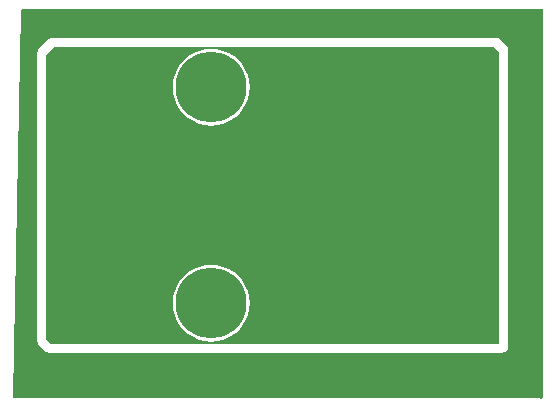
<source format=gbl>
%FSLAX23Y23*%
%MOIN*%
G70*
G01*
G75*
G04 Layer_Physical_Order=2*
G04 Layer_Color=16711680*
%ADD10R,0.024X0.020*%
%ADD11R,0.118X0.059*%
%ADD12R,0.118X0.039*%
%ADD13R,0.051X0.079*%
%ADD14C,0.010*%
%ADD15C,0.236*%
%ADD16C,0.039*%
G36*
X-60Y1135D02*
X1675D01*
Y-160D01*
X1670Y-165D01*
X1665Y-160D01*
X-86D01*
X-90Y-156D01*
X-65Y1134D01*
X-60Y1135D01*
X-60Y1135D01*
D02*
G37*
%LPC*%
G36*
X1520Y1040D02*
X40D01*
X34Y1039D01*
X29Y1036D01*
X-6Y1001D01*
X-9Y996D01*
X-10Y990D01*
Y30D01*
X-10Y30D01*
X-10D01*
X-9Y24D01*
X-6Y19D01*
X19Y-6D01*
X24Y-9D01*
X25Y-9D01*
X30Y-10D01*
X1540D01*
X1546Y-9D01*
X1551Y-6D01*
X1551Y-6D01*
X1551Y-6D01*
X1556Y-1D01*
X1559Y4D01*
X1560Y10D01*
X1560Y10D01*
X1560Y10D01*
Y10D01*
Y1000D01*
X1559Y1005D01*
X1559Y1006D01*
X1556Y1011D01*
X1531Y1036D01*
X1526Y1039D01*
X1520Y1040D01*
D02*
G37*
%LPD*%
G36*
X1530Y994D02*
Y20D01*
X36D01*
X20Y36D01*
Y984D01*
X46Y1010D01*
X1514D01*
X1530Y994D01*
D02*
G37*
%LPC*%
G36*
X570Y1004D02*
X550Y1002D01*
X530Y997D01*
X512Y989D01*
X494Y979D01*
X479Y966D01*
X466Y951D01*
X456Y933D01*
X448Y915D01*
X443Y895D01*
X441Y875D01*
X443Y855D01*
X448Y835D01*
X456Y817D01*
X466Y799D01*
X479Y784D01*
X494Y771D01*
X512Y761D01*
X530Y753D01*
X550Y748D01*
X570Y746D01*
X590Y748D01*
X610Y753D01*
X628Y761D01*
X646Y771D01*
X661Y784D01*
X674Y799D01*
X684Y817D01*
X692Y835D01*
X697Y855D01*
X699Y875D01*
X697Y895D01*
X692Y915D01*
X684Y933D01*
X674Y951D01*
X661Y966D01*
X646Y979D01*
X628Y989D01*
X610Y997D01*
X590Y1002D01*
X570Y1004D01*
D02*
G37*
G36*
Y284D02*
X550Y282D01*
X530Y277D01*
X512Y269D01*
X494Y259D01*
X479Y246D01*
X466Y231D01*
X456Y213D01*
X448Y195D01*
X443Y175D01*
X441Y155D01*
X443Y135D01*
X448Y115D01*
X456Y97D01*
X466Y79D01*
X479Y64D01*
X494Y51D01*
X512Y41D01*
X530Y33D01*
X550Y28D01*
X570Y26D01*
X590Y28D01*
X610Y33D01*
X628Y41D01*
X646Y51D01*
X661Y64D01*
X674Y79D01*
X684Y97D01*
X692Y115D01*
X697Y135D01*
X699Y155D01*
X697Y175D01*
X692Y195D01*
X684Y213D01*
X674Y231D01*
X661Y246D01*
X646Y259D01*
X628Y269D01*
X610Y277D01*
X590Y282D01*
X570Y284D01*
D02*
G37*
%LPD*%
D15*
Y155D02*
D03*
Y875D02*
D03*
D16*
X659Y155D02*
D03*
X633Y92D02*
D03*
X570Y66D02*
D03*
X507Y92D02*
D03*
X481Y155D02*
D03*
X570Y244D02*
D03*
X633Y218D02*
D03*
X507D02*
D03*
X659Y875D02*
D03*
X633Y812D02*
D03*
X570Y786D02*
D03*
X507Y812D02*
D03*
X481Y875D02*
D03*
X570Y964D02*
D03*
X633Y938D02*
D03*
X507D02*
D03*
M02*

</source>
